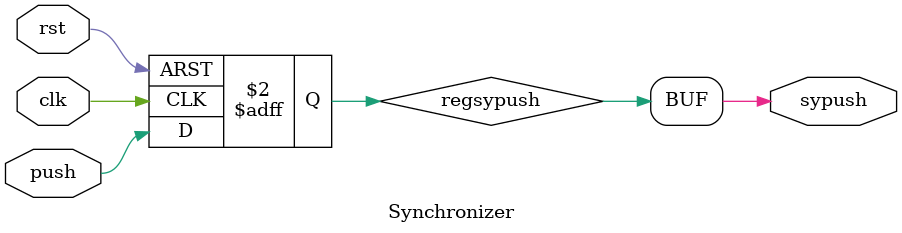
<source format=v>
`timescale 1ns / 1ps
module Synchronizer(
	input push,
	input clk,
	input rst,
	output sypush
    );
	reg regsypush;
		assign sypush = regsypush;
		
		always@(posedge clk or posedge rst)
			if (rst) regsypush <= 0;
			else regsypush <= push;
endmodule

</source>
